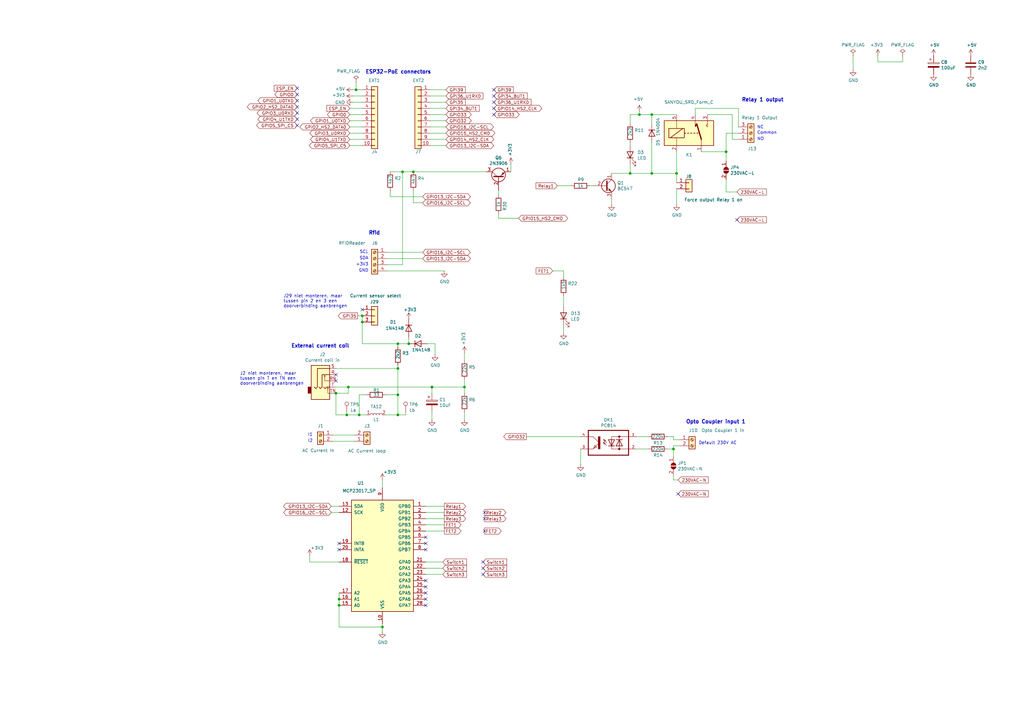
<source format=kicad_sch>
(kicad_sch (version 20211123) (generator eeschema)
  (paper "A3")
  (title_block (title "Node Bandzaag") (date "2021-12-14") (rev "V0.3") (company "MakerSpace Leiden") (comment 1 "Getekend door: Hans Beerman"))
  (lib_symbols
    (symbol "Connector:AudioJack3_SwitchTR"
      (property "Reference" "J" (at 0 8.89 0))
      (property "Value" "AudioJack3_SwitchTR" (at 0 6.35 0))
      (symbol "AudioJack3_SwitchTR_1_1"
        (pin passive line (at 5.08 0 180) (length 2.54) (name "~") (number "R"))
        (pin passive line (at 5.08 -2.54 180) (length 2.54) (name "~") (number "RN"))
        (pin passive line (at 5.08 2.54 180) (length 2.54) (name "~") (number "S"))
        (pin passive line (at 5.08 -5.08 180) (length 2.54) (name "~") (number "T"))
        (pin passive line (at 5.08 -7.62 180) (length 2.54) (name "~") (number "TN"))
      )
    )
    (symbol "Connector:Screw_Terminal_01x02" (pin_names (offset 1.016) hide)
      (property "Reference" "J" (at 0 2.54 0))
      (property "Value" "Screw_Terminal_01x02" (at 0 -5.08 0))
      (symbol "Screw_Terminal_01x02_1_1"
        (pin passive line (at -5.08 0 0) (length 3.81) (name "Pin_1") (number "1"))
        (pin passive line (at -5.08 -2.54 0) (length 3.81) (name "Pin_2") (number "2"))
      )
    )
    (symbol "Connector:Screw_Terminal_01x03" (pin_names (offset 1.016) hide)
      (property "Reference" "J" (at 0 5.08 0))
      (property "Value" "Screw_Terminal_01x03" (at 0 -5.08 0))
      (symbol "Screw_Terminal_01x03_1_1"
        (pin passive line (at -5.08 2.54 0) (length 3.81) (name "Pin_1") (number "1"))
        (pin passive line (at -5.08 0 0) (length 3.81) (name "Pin_2") (number "2"))
        (pin passive line (at -5.08 -2.54 0) (length 3.81) (name "Pin_3") (number "3"))
      )
    )
    (symbol "Connector:Screw_Terminal_01x04" (pin_names (offset 1.016) hide)
      (property "Reference" "J" (at 0 5.08 0))
      (property "Value" "Screw_Terminal_01x04" (at 0 -7.62 0))
      (symbol "Screw_Terminal_01x04_1_1"
        (pin passive line (at -5.08 2.54 0) (length 3.81) (name "Pin_1") (number "1"))
        (pin passive line (at -5.08 0 0) (length 3.81) (name "Pin_2") (number "2"))
        (pin passive line (at -5.08 -2.54 0) (length 3.81) (name "Pin_3") (number "3"))
        (pin passive line (at -5.08 -5.08 0) (length 3.81) (name "Pin_4") (number "4"))
      )
    )
    (symbol "Connector:TestPoint" (pin_numbers hide) (pin_names (offset 0.762) hide)
      (property "Reference" "TP" (at 0 6.858 0))
      (property "Value" "TestPoint" (at 0 5.08 0))
      (symbol "TestPoint_1_1"
        (pin passive line (at 0 0 90) (length 2.54) (name "1") (number "1"))
      )
    )
    (symbol "Connector_Generic:Conn_01x02" (pin_names (offset 1.016) hide)
      (property "Reference" "J" (at 0 2.54 0))
      (property "Value" "Conn_01x02" (at 0 -5.08 0))
      (symbol "Conn_01x02_1_1"
        (pin passive line (at -5.08 0 0) (length 3.81) (name "Pin_1") (number "1"))
        (pin passive line (at -5.08 -2.54 0) (length 3.81) (name "Pin_2") (number "2"))
      )
    )
    (symbol "Connector_Generic:Conn_01x03" (pin_names (offset 1.016) hide)
      (property "Reference" "J" (at 0 5.08 0))
      (property "Value" "Conn_01x03" (at 0 -5.08 0))
      (symbol "Conn_01x03_1_1"
        (pin passive line (at -5.08 2.54 0) (length 3.81) (name "Pin_1") (number "1"))
        (pin passive line (at -5.08 0 0) (length 3.81) (name "Pin_2") (number "2"))
        (pin passive line (at -5.08 -2.54 0) (length 3.81) (name "Pin_3") (number "3"))
      )
    )
    (symbol "Connector_Generic:Conn_01x10" (pin_names (offset 1.016) hide)
      (property "Reference" "J" (at 0 12.7 0))
      (property "Value" "Conn_01x10" (at 0 -15.24 0))
      (symbol "Conn_01x10_1_1"
        (pin passive line (at -5.08 10.16 0) (length 3.81) (name "Pin_1") (number "1"))
        (pin passive line (at -5.08 -12.7 0) (length 3.81) (name "Pin_10") (number "10"))
        (pin passive line (at -5.08 7.62 0) (length 3.81) (name "Pin_2") (number "2"))
        (pin passive line (at -5.08 5.08 0) (length 3.81) (name "Pin_3") (number "3"))
        (pin passive line (at -5.08 2.54 0) (length 3.81) (name "Pin_4") (number "4"))
        (pin passive line (at -5.08 0 0) (length 3.81) (name "Pin_5") (number "5"))
        (pin passive line (at -5.08 -2.54 0) (length 3.81) (name "Pin_6") (number "6"))
        (pin passive line (at -5.08 -5.08 0) (length 3.81) (name "Pin_7") (number "7"))
        (pin passive line (at -5.08 -7.62 0) (length 3.81) (name "Pin_8") (number "8"))
        (pin passive line (at -5.08 -10.16 0) (length 3.81) (name "Pin_9") (number "9"))
      )
    )
    (symbol "Device:C" (pin_numbers hide) (pin_names (offset 0.254))
      (property "Reference" "C" (at 0.635 2.54 0))
      (property "Value" "C" (at 0.635 -2.54 0))
      (symbol "C_1_1"
        (pin passive line (at 0 3.81 270) (length 2.794) (name "~") (number "1"))
        (pin passive line (at 0 -3.81 90) (length 2.794) (name "~") (number "2"))
      )
    )
    (symbol "Device:CP" (pin_numbers hide) (pin_names (offset 0.254))
      (property "Reference" "C" (at 0.635 2.54 0))
      (property "Value" "Device_CP" (at 0.635 -2.54 0))
      (symbol "CP_1_1"
        (pin passive line (at 0 3.81 270) (length 2.794) (name "~") (number "1"))
        (pin passive line (at 0 -3.81 90) (length 2.794) (name "~") (number "2"))
      )
    )
    (symbol "Device:LED" (pin_numbers hide) (pin_names (offset 1.016) hide)
      (property "Reference" "D" (at 0 2.54 0))
      (property "Value" "LED" (at 0 -2.54 0))
      (symbol "LED_1_1"
        (pin passive line (at -3.81 0 0) (length 2.54) (name "K") (number "1"))
        (pin passive line (at 3.81 0 180) (length 2.54) (name "A") (number "2"))
      )
    )
    (symbol "Device:R" (pin_numbers hide) (pin_names (offset 0))
      (property "Reference" "R" (at 2.032 0 90))
      (property "Value" "R" (at 0 0 90))
      (symbol "R_1_1"
        (pin passive line (at 0 3.81 270) (length 1.27) (name "~") (number "1"))
        (pin passive line (at 0 -3.81 90) (length 1.27) (name "~") (number "2"))
      )
    )
    (symbol "Diode:1N4004" (pin_numbers hide) (pin_names (offset 1.016) hide)
      (property "Reference" "D" (at 0 2.54 0))
      (property "Value" "1N4004" (at 0 -2.54 0))
      (symbol "1N4004_1_1"
        (pin passive line (at -3.81 0 0) (length 2.54) (name "K") (number "1"))
        (pin passive line (at 3.81 0 180) (length 2.54) (name "A") (number "2"))
      )
    )
    (symbol "Diode:1N4148" (pin_numbers hide) (pin_names (offset 1.016) hide)
      (property "Reference" "D" (at 0 2.54 0))
      (property "Value" "1N4148" (at 0 -2.54 0))
      (symbol "1N4148_1_1"
        (pin passive line (at -3.81 0 0) (length 2.54) (name "K") (number "1"))
        (pin passive line (at 3.81 0 180) (length 2.54) (name "A") (number "2"))
      )
    )
    (symbol "Interface_Expansion:MCP23017_SP" (pin_names (offset 1.016))
      (property "Reference" "U" (at -11.43 24.13 0))
      (property "Value" "MCP23017_SP" (at 0 0 0))
      (symbol "MCP23017_SP_1_1"
        (pin bidirectional line (at 17.78 20.32 180) (length 5.08) (name "GPB0") (number "1"))
        (pin power_in line (at 0 -27.94 90) (length 5.08) (name "VSS") (number "10"))
        (pin no_connect line (at -12.7 15.24 0) (length 5.08) hide (name "NC") (number "11"))
        (pin input line (at -17.78 17.78 0) (length 5.08) (name "SCK") (number "12"))
        (pin bidirectional line (at -17.78 20.32 0) (length 5.08) (name "SDA") (number "13"))
        (pin no_connect line (at -12.7 12.7 0) (length 5.08) hide (name "NC") (number "14"))
        (pin input line (at -17.78 -20.32 0) (length 5.08) (name "A0") (number "15"))
        (pin input line (at -17.78 -17.78 0) (length 5.08) (name "A1") (number "16"))
        (pin input line (at -17.78 -15.24 0) (length 5.08) (name "A2") (number "17"))
        (pin input line (at -17.78 -2.54 0) (length 5.08) (name "~{RESET}") (number "18"))
        (pin tri_state line (at -17.78 5.08 0) (length 5.08) (name "INTB") (number "19"))
        (pin bidirectional line (at 17.78 17.78 180) (length 5.08) (name "GPB1") (number "2"))
        (pin tri_state line (at -17.78 2.54 0) (length 5.08) (name "INTA") (number "20"))
        (pin bidirectional line (at 17.78 -2.54 180) (length 5.08) (name "GPA0") (number "21"))
        (pin bidirectional line (at 17.78 -5.08 180) (length 5.08) (name "GPA1") (number "22"))
        (pin bidirectional line (at 17.78 -7.62 180) (length 5.08) (name "GPA2") (number "23"))
        (pin bidirectional line (at 17.78 -10.16 180) (length 5.08) (name "GPA3") (number "24"))
        (pin bidirectional line (at 17.78 -12.7 180) (length 5.08) (name "GPA4") (number "25"))
        (pin bidirectional line (at 17.78 -15.24 180) (length 5.08) (name "GPA5") (number "26"))
        (pin bidirectional line (at 17.78 -17.78 180) (length 5.08) (name "GPA6") (number "27"))
        (pin bidirectional line (at 17.78 -20.32 180) (length 5.08) (name "GPA7") (number "28"))
        (pin bidirectional line (at 17.78 15.24 180) (length 5.08) (name "GPB2") (number "3"))
        (pin bidirectional line (at 17.78 12.7 180) (length 5.08) (name "GPB3") (number "4"))
        (pin bidirectional line (at 17.78 10.16 180) (length 5.08) (name "GPB4") (number "5"))
        (pin bidirectional line (at 17.78 7.62 180) (length 5.08) (name "GPB5") (number "6"))
        (pin bidirectional line (at 17.78 5.08 180) (length 5.08) (name "GPB6") (number "7"))
        (pin bidirectional line (at 17.78 2.54 180) (length 5.08) (name "GPB7") (number "8"))
        (pin power_in line (at 0 27.94 270) (length 5.08) (name "VDD") (number "9"))
      )
    )
    (symbol "Jumper:SolderJumper_2_Open" (pin_names (offset 0) hide)
      (property "Reference" "JP" (at 0 2.032 0))
      (property "Value" "SolderJumper_2_Open" (at 0 -2.54 0))
      (symbol "SolderJumper_2_Open_1_1"
        (pin passive line (at -3.81 0 0) (length 2.54) (name "A") (number "1"))
        (pin passive line (at 3.81 0 180) (length 2.54) (name "B") (number "2"))
      )
    )
    (symbol "PC814:PC814" (pin_names (offset 1.016) hide)
      (property "Reference" "OK" (at -6.985 5.715 0))
      (property "Value" "PC814" (at -6.985 -7.62 0))
      (symbol "PC814_0_0"
        (pin passive line (at -10.16 2.54 0) (length 2.54) (name "AC1") (number "1"))
        (pin passive line (at -10.16 -2.54 0) (length 2.54) (name "AC2") (number "2"))
        (pin passive line (at 12.7 -2.54 180) (length 2.54) (name "E") (number "3"))
        (pin passive line (at 12.7 2.54 180) (length 2.54) (name "C") (number "4"))
      )
    )
    (symbol "Relay:SANYOU_SRD_Form_C"
      (property "Reference" "K" (at 11.43 3.81 0))
      (property "Value" "SANYOU_SRD_Form_C" (at 11.43 1.27 0))
      (symbol "SANYOU_SRD_Form_C_1_1"
        (pin passive line (at 5.08 -7.62 90) (length 2.54) (name "~") (number "1"))
        (pin passive line (at -5.08 -7.62 90) (length 2.54) (name "~") (number "2"))
        (pin passive line (at 7.62 7.62 270) (length 2.54) (name "~") (number "3"))
        (pin passive line (at 2.54 7.62 270) (length 2.54) (name "~") (number "4"))
        (pin passive line (at -5.08 7.62 270) (length 2.54) (name "~") (number "5"))
      )
    )
    (symbol "Transistor_BJT:2N3906" (pin_names (offset 0) hide)
      (property "Reference" "Q" (at 5.08 1.905 0))
      (property "Value" "2N3906" (at 5.08 0 0))
      (symbol "2N3906_1_1"
        (pin passive line (at 2.54 -5.08 90) (length 2.54) (name "E") (number "1"))
        (pin input line (at -5.08 0 0) (length 5.715) (name "B") (number "2"))
        (pin passive line (at 2.54 5.08 270) (length 2.54) (name "C") (number "3"))
      )
    )
    (symbol "Transistor_BJT:BC547" (pin_names (offset 0) hide)
      (property "Reference" "Q" (at 5.08 1.905 0))
      (property "Value" "BC547" (at 5.08 0 0))
      (symbol "BC547_1_1"
        (pin passive line (at 2.54 5.08 270) (length 2.54) (name "C") (number "1"))
        (pin input line (at -5.08 0 0) (length 5.08) (name "B") (number "2"))
        (pin passive line (at 2.54 -5.08 90) (length 2.54) (name "E") (number "3"))
      )
    )
    (symbol "ZMCT118F:ZMCT118F" (pin_names (offset 1.016) hide)
      (property "Reference" "L" (at -1.27 0 90))
      (property "Value" "ZMCT118F" (at 1.905 0 90))
      (symbol "ZMCT118F_1_1"
        (pin passive line (at 0 3.81 270) (length 1.27) (name "1") (number "1"))
        (pin passive line (at 0 -3.81 90) (length 1.27) (name "2") (number "2"))
      )
    )
    (symbol "power:+3.3V" (power) (pin_names (offset 0))
      (property "Value" "+3.3V" (at 0 3.556 0))
      (symbol "+3.3V_1_1"
        (pin power_in line (at 0 0 90) (length 0) hide (name "+3V3") (number "1"))
      )
    )
    (symbol "power:+5V" (power) (pin_names (offset 0))
      (property "Value" "+5V" (at 0 3.556 0))
      (symbol "+5V_1_1"
        (pin power_in line (at 0 0 90) (length 0) hide (name "+5V") (number "1"))
      )
    )
    (symbol "power:GND" (power) (pin_names (offset 0))
      (property "Value" "GND" (at 0 -3.81 0))
      (symbol "GND_1_1"
        (pin power_in line (at 0 0 270) (length 0) hide (name "GND") (number "1"))
      )
    )
    (symbol "power:PWR_FLAG" (power) (pin_numbers hide) (pin_names (offset 0) hide)
      (property "Value" "PWR_FLAG" (at 0 3.81 0))
      (symbol "PWR_FLAG_0_0"
        (pin power_out line (at 0 0 90) (length 0) (name "pwr") (number "1"))
      )
    )
  )
  (junction (at 142.875 158.75))
  (junction (at 276.225 184.15))
  (junction (at 156.845 257.175))
  (junction (at 177.165 158.75))
  (junction (at 277.495 71.12))
  (junction (at 142.24 170.18))
  (junction (at 267.335 71.12))
  (junction (at 190.5 158.75))
  (junction (at 163.195 161.925))
  (junction (at 137.795 161.29))
  (junction (at 258.445 71.12))
  (junction (at 163.195 170.18))
  (junction (at 262.255 46.99))
  (junction (at 167.64 140.97))
  (junction (at 165.1 70.485))
  (junction (at 139.065 248.285))
  (junction (at 147.32 170.18))
  (junction (at 163.195 151.13))
  (junction (at 297.815 62.23))
  (junction (at 146.05 36.83))
  (junction (at 163.195 140.97))
  (junction (at 169.545 70.485))
  (junction (at 267.335 46.99))
  (junction (at 148.59 129.54))
  (junction (at 139.065 245.745))
  (junction (at 148.59 132.08))
  (no_connect (at 148.59 127))
  (no_connect (at 202.565 44.45))
  (no_connect (at 174.625 222.885))
  (no_connect (at 174.625 240.665))
  (no_connect (at 121.92 36.195))
  (no_connect (at 139.065 225.425))
  (no_connect (at 202.565 46.99))
  (no_connect (at 121.92 48.895))
  (no_connect (at 121.92 51.435))
  (no_connect (at 198.755 217.805))
  (no_connect (at 198.12 233.045))
  (no_connect (at 121.92 43.815))
  (no_connect (at 121.92 46.355))
  (no_connect (at 198.755 212.725))
  (no_connect (at 137.795 153.67))
  (no_connect (at 174.625 248.285))
  (no_connect (at 174.625 220.345))
  (no_connect (at 174.625 245.745))
  (no_connect (at 174.625 225.425))
  (no_connect (at 278.13 202.565))
  (no_connect (at 121.92 41.275))
  (no_connect (at 174.625 243.205))
  (no_connect (at 202.565 39.37))
  (no_connect (at 121.92 38.735))
  (no_connect (at 198.12 235.585))
  (no_connect (at 198.12 230.505))
  (no_connect (at 202.565 41.91))
  (no_connect (at 202.565 36.83))
  (no_connect (at 198.755 210.185))
  (no_connect (at 139.065 222.885))
  (no_connect (at 174.625 238.125))
  (no_connect (at 302.26 90.17))
  (no_connect (at 137.795 156.21))
  (wire (pts (xy 174.625 207.645) (xy 182.245 207.645)))
  (wire (pts (xy 147.32 170.18) (xy 150.495 170.18)))
  (wire (pts (xy 143.51 46.99) (xy 148.59 46.99)))
  (wire (pts (xy 228.6 76.2) (xy 234.315 76.2)))
  (wire (pts (xy 163.195 140.97) (xy 167.64 140.97)))
  (wire (pts (xy 178.435 140.97) (xy 178.435 145.415)))
  (wire (pts (xy 163.195 170.18) (xy 163.195 161.925)))
  (wire (pts (xy 146.685 129.54) (xy 148.59 129.54)))
  (wire (pts (xy 273.685 184.15) (xy 276.225 184.15)))
  (wire (pts (xy 349.885 22.86) (xy 349.885 28.575)))
  (wire (pts (xy 135.89 210.185) (xy 139.065 210.185)))
  (wire (pts (xy 165.1 70.485) (xy 165.1 108.585)))
  (wire (pts (xy 238.125 184.15) (xy 238.125 190.5)))
  (wire (pts (xy 262.255 45.72) (xy 262.255 46.99)))
  (wire (pts (xy 190.5 155.575) (xy 190.5 158.75)))
  (wire (pts (xy 137.795 161.29) (xy 142.875 161.29)))
  (wire (pts (xy 143.51 57.15) (xy 148.59 57.15)))
  (wire (pts (xy 176.53 57.15) (xy 182.88 57.15)))
  (wire (pts (xy 139.065 257.175) (xy 156.845 257.175)))
  (wire (pts (xy 156.845 200.025) (xy 156.845 196.85)))
  (wire (pts (xy 158.75 108.585) (xy 165.1 108.585)))
  (wire (pts (xy 231.14 111.125) (xy 231.14 113.665)))
  (wire (pts (xy 190.5 168.91) (xy 190.5 172.085)))
  (wire (pts (xy 258.445 71.12) (xy 258.445 67.31)))
  (wire (pts (xy 144.78 41.91) (xy 148.59 41.91)))
  (wire (pts (xy 143.51 49.53) (xy 148.59 49.53)))
  (wire (pts (xy 177.165 158.75) (xy 177.165 161.29)))
  (wire (pts (xy 287.655 62.23) (xy 297.815 62.23)))
  (wire (pts (xy 174.625 217.805) (xy 182.245 217.805)))
  (wire (pts (xy 250.825 83.82) (xy 250.825 81.28)))
  (wire (pts (xy 241.935 76.2) (xy 243.205 76.2)))
  (wire (pts (xy 174.625 235.585) (xy 181.61 235.585)))
  (wire (pts (xy 285.115 44.45) (xy 302.895 44.45)))
  (wire (pts (xy 277.495 71.12) (xy 277.495 62.23)))
  (wire (pts (xy 277.495 74.93) (xy 277.495 71.12)))
  (wire (pts (xy 142.875 158.75) (xy 177.165 158.75)))
  (wire (pts (xy 139.065 245.745) (xy 139.065 248.285)))
  (wire (pts (xy 158.75 106.045) (xy 173.355 106.045)))
  (wire (pts (xy 370.205 25.4) (xy 370.205 22.86)))
  (wire (pts (xy 258.445 46.99) (xy 262.255 46.99)))
  (wire (pts (xy 290.195 46.99) (xy 300.355 46.99)))
  (wire (pts (xy 148.59 140.97) (xy 148.59 132.08)))
  (wire (pts (xy 302.895 44.45) (xy 302.895 52.07)))
  (wire (pts (xy 176.53 36.83) (xy 182.88 36.83)))
  (wire (pts (xy 177.165 158.75) (xy 190.5 158.75)))
  (wire (pts (xy 174.625 215.265) (xy 182.245 215.265)))
  (wire (pts (xy 360.045 22.86) (xy 360.045 25.4)))
  (wire (pts (xy 176.53 41.91) (xy 182.88 41.91)))
  (wire (pts (xy 169.545 78.105) (xy 169.545 83.185)))
  (wire (pts (xy 276.225 182.88) (xy 278.765 182.88)))
  (wire (pts (xy 258.445 71.12) (xy 267.335 71.12)))
  (wire (pts (xy 139.065 243.205) (xy 139.065 245.745)))
  (wire (pts (xy 267.335 46.99) (xy 277.495 46.99)))
  (wire (pts (xy 276.225 196.85) (xy 276.225 194.945)))
  (wire (pts (xy 190.5 144.78) (xy 190.5 147.955)))
  (wire (pts (xy 258.445 58.42) (xy 258.445 59.69)))
  (wire (pts (xy 297.815 66.04) (xy 297.815 62.23)))
  (wire (pts (xy 277.495 83.82) (xy 277.495 77.47)))
  (wire (pts (xy 135.89 207.645) (xy 139.065 207.645)))
  (wire (pts (xy 144.78 36.83) (xy 146.05 36.83)))
  (wire (pts (xy 360.045 25.4) (xy 370.205 25.4)))
  (wire (pts (xy 137.795 170.18) (xy 142.24 170.18)))
  (wire (pts (xy 147.32 161.925) (xy 147.32 170.18)))
  (wire (pts (xy 160.02 80.645) (xy 173.355 80.645)))
  (wire (pts (xy 167.64 138.43) (xy 167.64 140.97)))
  (wire (pts (xy 146.05 33.655) (xy 146.05 36.83)))
  (wire (pts (xy 127 227.965) (xy 127 230.505)))
  (wire (pts (xy 278.13 196.85) (xy 276.225 196.85)))
  (wire (pts (xy 143.51 52.07) (xy 148.59 52.07)))
  (wire (pts (xy 148.59 129.54) (xy 148.59 132.08)))
  (wire (pts (xy 174.625 210.185) (xy 182.245 210.185)))
  (wire (pts (xy 166.37 170.18) (xy 166.37 168.91)))
  (wire (pts (xy 136.525 178.435) (xy 145.415 178.435)))
  (wire (pts (xy 300.355 57.15) (xy 302.895 57.15)))
  (wire (pts (xy 267.335 50.8) (xy 267.335 46.99)))
  (wire (pts (xy 142.875 161.29) (xy 142.875 158.75)))
  (wire (pts (xy 163.195 142.24) (xy 163.195 140.97)))
  (wire (pts (xy 273.685 179.07) (xy 276.225 179.07)))
  (wire (pts (xy 258.445 50.8) (xy 258.445 46.99)))
  (wire (pts (xy 158.75 103.505) (xy 173.355 103.505)))
  (wire (pts (xy 176.53 54.61) (xy 182.88 54.61)))
  (wire (pts (xy 226.695 111.125) (xy 231.14 111.125)))
  (wire (pts (xy 204.47 80.01) (xy 204.47 78.105)))
  (wire (pts (xy 297.815 62.23) (xy 297.815 54.61)))
  (wire (pts (xy 160.02 78.105) (xy 160.02 80.645)))
  (wire (pts (xy 175.26 140.97) (xy 178.435 140.97)))
  (wire (pts (xy 156.845 259.08) (xy 156.845 257.175)))
  (wire (pts (xy 169.545 83.185) (xy 173.355 83.185)))
  (wire (pts (xy 156.845 257.175) (xy 156.845 255.905)))
  (wire (pts (xy 163.195 149.86) (xy 163.195 151.13)))
  (wire (pts (xy 169.545 70.485) (xy 199.39 70.485)))
  (wire (pts (xy 204.47 89.535) (xy 212.725 89.535)))
  (wire (pts (xy 176.53 49.53) (xy 182.88 49.53)))
  (wire (pts (xy 285.115 46.99) (xy 285.115 44.45)))
  (wire (pts (xy 176.53 46.99) (xy 182.88 46.99)))
  (wire (pts (xy 204.47 87.63) (xy 204.47 89.535)))
  (wire (pts (xy 143.51 44.45) (xy 148.59 44.45)))
  (wire (pts (xy 215.9 179.07) (xy 238.125 179.07)))
  (wire (pts (xy 260.985 184.15) (xy 266.065 184.15)))
  (wire (pts (xy 260.985 179.07) (xy 266.065 179.07)))
  (wire (pts (xy 174.625 230.505) (xy 181.61 230.505)))
  (wire (pts (xy 143.51 54.61) (xy 148.59 54.61)))
  (wire (pts (xy 262.255 46.99) (xy 267.335 46.99)))
  (wire (pts (xy 300.355 46.99) (xy 300.355 57.15)))
  (wire (pts (xy 267.335 71.12) (xy 277.495 71.12)))
  (wire (pts (xy 150.495 161.925) (xy 147.32 161.925)))
  (wire (pts (xy 276.225 179.07) (xy 276.225 180.34)))
  (wire (pts (xy 297.815 78.74) (xy 297.815 73.66)))
  (wire (pts (xy 276.225 184.15) (xy 276.225 182.88)))
  (wire (pts (xy 137.795 158.75) (xy 142.875 158.75)))
  (wire (pts (xy 146.05 36.83) (xy 148.59 36.83)))
  (wire (pts (xy 165.1 70.485) (xy 169.545 70.485)))
  (wire (pts (xy 302.26 78.74) (xy 297.815 78.74)))
  (wire (pts (xy 158.75 111.125) (xy 182.245 111.125)))
  (wire (pts (xy 181.61 233.045) (xy 174.625 233.045)))
  (wire (pts (xy 176.53 44.45) (xy 182.88 44.45)))
  (wire (pts (xy 231.14 133.35) (xy 231.14 136.525)))
  (wire (pts (xy 297.815 54.61) (xy 302.895 54.61)))
  (wire (pts (xy 142.24 168.91) (xy 142.24 170.18)))
  (wire (pts (xy 276.225 187.325) (xy 276.225 184.15)))
  (wire (pts (xy 127 230.505) (xy 139.065 230.505)))
  (wire (pts (xy 231.14 121.285) (xy 231.14 125.73)))
  (wire (pts (xy 145.415 180.975) (xy 136.525 180.975)))
  (wire (pts (xy 176.53 39.37) (xy 182.88 39.37)))
  (wire (pts (xy 158.115 170.18) (xy 163.195 170.18)))
  (wire (pts (xy 142.24 170.18) (xy 147.32 170.18)))
  (wire (pts (xy 163.195 170.18) (xy 166.37 170.18)))
  (wire (pts (xy 209.55 67.31) (xy 209.55 70.485)))
  (wire (pts (xy 176.53 52.07) (xy 182.88 52.07)))
  (wire (pts (xy 163.195 140.97) (xy 148.59 140.97)))
  (wire (pts (xy 158.115 161.925) (xy 163.195 161.925)))
  (wire (pts (xy 267.335 58.42) (xy 267.335 71.12)))
  (wire (pts (xy 160.02 70.485) (xy 165.1 70.485)))
  (wire (pts (xy 137.795 151.13) (xy 163.195 151.13)))
  (wire (pts (xy 163.195 151.13) (xy 163.195 161.925)))
  (wire (pts (xy 139.065 248.285) (xy 139.065 257.175)))
  (wire (pts (xy 137.795 161.29) (xy 137.795 170.18)))
  (wire (pts (xy 177.165 168.91) (xy 177.165 172.085)))
  (wire (pts (xy 143.51 59.69) (xy 148.59 59.69)))
  (wire (pts (xy 144.78 39.37) (xy 148.59 39.37)))
  (wire (pts (xy 250.825 71.12) (xy 258.445 71.12)))
  (wire (pts (xy 174.625 212.725) (xy 182.245 212.725)))
  (wire (pts (xy 276.225 180.34) (xy 278.765 180.34)))
  (wire (pts (xy 190.5 158.75) (xy 190.5 161.29)))
  (wire (pts (xy 176.53 59.69) (xy 182.88 59.69)))
  (text "Relay 1 output" (at 304.165 41.91 0) (effects (font (size 1.4986 1.4986) (thickness 0.2997) bold) (justify left bottom)))
  (text "ESP32-PoE connectors" (at 149.86 30.48 0) (effects (font (size 1.4986 1.4986) (thickness 0.2997) bold) (justify left bottom)))
  (text "SDA" (at 151.13 106.68 180) (effects (font (size 1.2446 1.2446)) (justify right bottom)))
  (text "NC" (at 310.515 52.959 0) (effects (font (size 1.2446 1.2446)) (justify left bottom)))
  (text "+3V3" (at 151.13 109.22 180) (effects (font (size 1.2446 1.2446)) (justify right bottom)))
  (text "I1" (at 128.27 179.07 180) (effects (font (size 1.2446 1.2446)) (justify right bottom)))
  (text "Default 230V AC" (at 286.512 182.499 0) (effects (font (size 1.2446 1.2446)) (justify left bottom)))
  (text "Rfid" (at 151.13 96.52 0) (effects (font (size 1.4986 1.4986) (thickness 0.2997) bold) (justify left bottom)))
  (text "NO" (at 310.515 57.785 0) (effects (font (size 1.2446 1.2446)) (justify left bottom)))
  (text "External current coil" (at 119.38 142.875 0) (effects (font (size 1.4986 1.4986) (thickness 0.2997) bold) (justify left bottom)))
  (text "Common" (at 310.515 55.245 0) (effects (font (size 1.2446 1.2446)) (justify left bottom)))
  (text "Opto Coupler input 1" (at 281.305 173.99 0) (effects (font (size 1.4986 1.4986) (thickness 0.2997) bold) (justify left bottom)))
  (text "J2 niet monteren, maar\ntussen pin T en TN een\ndoorverbinding aanbrengen" (at 98.425 158.115 0) (effects (font (size 1.27 1.27)) (justify left bottom)))
  (text "SCL" (at 151.13 104.14 180) (effects (font (size 1.2446 1.2446)) (justify right bottom)))
  (text "I2" (at 128.27 181.61 180) (effects (font (size 1.2446 1.2446)) (justify right bottom)))
  (text "J29 niet monteren, maar \ntussen pin 2 en 3 een \ndoorverbinding aanbrengen" (at 116.205 126.365 0) (effects (font (size 1.27 1.27)) (justify left bottom)))
  (text "GND" (at 151.13 111.76 180) (effects (font (size 1.2446 1.2446)) (justify right bottom)))
  (global_label "FET2" (shape output) (at 198.755 217.805 0) (property "Intersheet References" "${INTERSHEET_REFS}" (effects hide)))
  (global_label "GPIO0" (shape bidirectional) (at 121.92 38.735 180) (property "Intersheet References" "${INTERSHEET_REFS}" (effects hide)))
  (global_label "GPIO15_HS2_CMD" (shape bidirectional) (at 182.88 54.61 0) (property "Intersheet References" "${INTERSHEET_REFS}" (effects hide)))
  (global_label "Relay1" (shape output) (at 182.245 207.645 0) (property "Intersheet References" "${INTERSHEET_REFS}" (effects hide)))
  (global_label "FET1" (shape output) (at 182.245 215.265 0) (property "Intersheet References" "${INTERSHEET_REFS}" (effects hide)))
  (global_label "GPIO13_I2C-SDA" (shape bidirectional) (at 173.355 106.045 0) (property "Intersheet References" "${INTERSHEET_REFS}" (effects hide)))
  (global_label "Relay1" (shape input) (at 228.6 76.2 180) (property "Intersheet References" "${INTERSHEET_REFS}" (effects hide)))
  (global_label "Switch2" (shape input) (at 198.12 233.045 0) (property "Intersheet References" "${INTERSHEET_REFS}" (effects hide)))
  (global_label "GPIO33" (shape bidirectional) (at 202.565 46.99 0) (property "Intersheet References" "${INTERSHEET_REFS}" (effects hide)))
  (global_label "Switch3" (shape input) (at 198.12 235.585 0) (property "Intersheet References" "${INTERSHEET_REFS}" (effects hide)))
  (global_label "Relay3" (shape output) (at 182.245 212.725 0) (property "Intersheet References" "${INTERSHEET_REFS}" (effects hide)))
  (global_label "Switch1" (shape input) (at 181.61 230.505 0) (property "Intersheet References" "${INTERSHEET_REFS}" (effects hide)))
  (global_label "GPIO16_I2C-SCL" (shape bidirectional) (at 173.355 103.505 0) (property "Intersheet References" "${INTERSHEET_REFS}" (effects hide)))
  (global_label "GPIO16_I2C-SCL" (shape bidirectional) (at 182.88 52.07 0) (property "Intersheet References" "${INTERSHEET_REFS}" (effects hide)))
  (global_label "GPIO13_I2C-SDA" (shape bidirectional) (at 135.89 207.645 180) (property "Intersheet References" "${INTERSHEET_REFS}" (effects hide)))
  (global_label "GPIO16_I2C-SCL" (shape bidirectional) (at 135.89 210.185 180) (property "Intersheet References" "${INTERSHEET_REFS}" (effects hide)))
  (global_label "Switch3" (shape input) (at 181.61 235.585 0) (property "Intersheet References" "${INTERSHEET_REFS}" (effects hide)))
  (global_label "ESP_EN" (shape input) (at 121.92 36.195 180) (property "Intersheet References" "${INTERSHEET_REFS}" (effects hide)))
  (global_label "Relay2" (shape output) (at 182.245 210.185 0) (property "Intersheet References" "${INTERSHEET_REFS}" (effects hide)))
  (global_label "GPIO2_HS2_DATA0" (shape bidirectional) (at 121.92 43.815 180) (property "Intersheet References" "${INTERSHEET_REFS}" (effects hide)))
  (global_label "GPIO3_U0RXD" (shape bidirectional) (at 121.92 46.355 180) (property "Intersheet References" "${INTERSHEET_REFS}" (effects hide)))
  (global_label "GPIO13_I2C-SDA" (shape bidirectional) (at 173.355 80.645 0) (property "Intersheet References" "${INTERSHEET_REFS}" (effects hide)))
  (global_label "Relay2" (shape output) (at 198.755 210.185 0) (property "Intersheet References" "${INTERSHEET_REFS}" (effects hide)))
  (global_label "Switch2" (shape input) (at 181.61 233.045 0) (property "Intersheet References" "${INTERSHEET_REFS}" (effects hide)))
  (global_label "Switch1" (shape input) (at 198.12 230.505 0) (property "Intersheet References" "${INTERSHEET_REFS}" (effects hide)))
  (global_label "GPIO33" (shape bidirectional) (at 182.88 46.99 0) (property "Intersheet References" "${INTERSHEET_REFS}" (effects hide)))
  (global_label "GPIO5_SPI_C5" (shape bidirectional) (at 121.92 51.435 180) (property "Intersheet References" "${INTERSHEET_REFS}" (effects hide)))
  (global_label "GPIO13_I2C-SDA" (shape bidirectional) (at 182.88 59.69 0) (property "Intersheet References" "${INTERSHEET_REFS}" (effects hide)))
  (global_label "GPI36_U1RXD" (shape input) (at 182.88 39.37 0) (property "Intersheet References" "${INTERSHEET_REFS}" (effects hide)))
  (global_label "GPI35" (shape output) (at 146.685 129.54 180) (property "Intersheet References" "${INTERSHEET_REFS}" (effects hide)))
  (global_label "GPI39" (shape input) (at 202.565 36.83 0) (property "Intersheet References" "${INTERSHEET_REFS}" (effects hide)))
  (global_label "GPIO1_U0TXD" (shape bidirectional) (at 143.51 49.53 180) (property "Intersheet References" "${INTERSHEET_REFS}" (effects hide)))
  (global_label "GPIO2_HS2_DATA0" (shape bidirectional) (at 143.51 52.07 180) (property "Intersheet References" "${INTERSHEET_REFS}" (effects hide)))
  (global_label "GPIO14_HS2_CLK" (shape bidirectional) (at 202.565 44.45 0) (property "Intersheet References" "${INTERSHEET_REFS}" (effects hide)))
  (global_label "GPIO4_U1TXD" (shape bidirectional) (at 121.92 48.895 180) (property "Intersheet References" "${INTERSHEET_REFS}" (effects hide)))
  (global_label "GPIO32" (shape bidirectional) (at 182.88 49.53 0) (property "Intersheet References" "${INTERSHEET_REFS}" (effects hide)))
  (global_label "FET1" (shape input) (at 226.695 111.125 180) (property "Intersheet References" "${INTERSHEET_REFS}" (effects hide)))
  (global_label "230VAC-L" (shape input) (at 302.26 78.74 0) (property "Intersheet References" "${INTERSHEET_REFS}" (effects hide)))
  (global_label "GPIO16_I2C-SCL" (shape bidirectional) (at 173.355 83.185 0) (property "Intersheet References" "${INTERSHEET_REFS}" (effects hide)))
  (global_label "GPI36_U1RXD" (shape input) (at 202.565 41.91 0) (property "Intersheet References" "${INTERSHEET_REFS}" (effects hide)))
  (global_label "GPI34_BUT1" (shape input) (at 182.88 44.45 0) (property "Intersheet References" "${INTERSHEET_REFS}" (effects hide)))
  (global_label "GPIO4_U1TXD" (shape bidirectional) (at 143.51 57.15 180) (property "Intersheet References" "${INTERSHEET_REFS}" (effects hide)))
  (global_label "GPI34_BUT1" (shape input) (at 202.565 39.37 0) (property "Intersheet References" "${INTERSHEET_REFS}" (effects hide)))
  (global_label "230VAC-L" (shape input) (at 302.26 90.17 0) (property "Intersheet References" "${INTERSHEET_REFS}" (effects hide)))
  (global_label "GPIO3_U0RXD" (shape bidirectional) (at 143.51 54.61 180) (property "Intersheet References" "${INTERSHEET_REFS}" (effects hide)))
  (global_label "FET2" (shape output) (at 182.245 217.805 0) (property "Intersheet References" "${INTERSHEET_REFS}" (effects hide)))
  (global_label "GPIO0" (shape bidirectional) (at 143.51 46.99 180) (property "Intersheet References" "${INTERSHEET_REFS}" (effects hide)))
  (global_label "Relay3" (shape output) (at 198.755 212.725 0) (property "Intersheet References" "${INTERSHEET_REFS}" (effects hide)))
  (global_label "ESP_EN" (shape input) (at 143.51 44.45 180) (property "Intersheet References" "${INTERSHEET_REFS}" (effects hide)))
  (global_label "GPI35" (shape input) (at 182.88 41.91 0) (property "Intersheet References" "${INTERSHEET_REFS}" (effects hide)))
  (global_label "230VAC-N" (shape input) (at 278.13 202.565 0) (property "Intersheet References" "${INTERSHEET_REFS}" (effects hide)))
  (global_label "GPI39" (shape input) (at 182.88 36.83 0) (property "Intersheet References" "${INTERSHEET_REFS}" (effects hide)))
  (global_label "GPIO32" (shape output) (at 215.9 179.07 180) (property "Intersheet References" "${INTERSHEET_REFS}" (effects hide)))
  (global_label "230VAC-N" (shape input) (at 278.13 196.85 0) (property "Intersheet References" "${INTERSHEET_REFS}" (effects hide)))
  (global_label "GPIO15_HS2_CMD" (shape bidirectional) (at 212.725 89.535 0) (property "Intersheet References" "${INTERSHEET_REFS}" (effects hide)))
  (global_label "GPIO1_U0TXD" (shape bidirectional) (at 121.92 41.275 180) (property "Intersheet References" "${INTERSHEET_REFS}" (effects hide)))
  (global_label "GPIO5_SPI_C5" (shape bidirectional) (at 143.51 59.69 180) (property "Intersheet References" "${INTERSHEET_REFS}" (effects hide)))
  (global_label "GPIO14_HS2_CLK" (shape bidirectional) (at 182.88 57.15 0) (property "Intersheet References" "${INTERSHEET_REFS}" (effects hide)))
  (symbol (lib_id "Connector_Generic:Conn_01x10") (at 153.67 46.99 0) (unit 1)
    (property "Reference" "J4" (at 152.4 62.23 0) (effects (justify left)))
    (property "Value" "EXT1" (at 151.13 33.02 0) (effects (justify left)))
    (property "Footprint" "Connector_PinSocket_2.54mm:PinSocket_1x10_P2.54mm_Vertical" (effects hide))
  )
  (symbol (lib_id "Connector_Generic:Conn_01x10") (at 171.45 46.99 0) (mirror y) (unit 1)
    (property "Reference" "J7" (at 172.72 62.23 0) (effects (justify left)))
    (property "Value" "EXT2" (at 173.99 33.02 0) (effects (justify left)))
    (property "Footprint" "Connector_PinSocket_2.54mm:PinSocket_1x10_P2.54mm_Vertical" (effects hide))
  )
  (symbol (lib_id "power:+3.3V") (at 144.78 39.37 90) (unit 1)
    (property "Reference" "#PWR03" (effects hide))
    (property "Value" "+3.3V" (at 141.5288 38.989 90) (effects (justify left)))
  )
  (symbol (lib_id "power:+5V") (at 144.78 36.83 90) (unit 1)
    (property "Reference" "#PWR02" (effects hide))
    (property "Value" "+5V" (at 141.5288 36.449 90) (effects (justify left)))
  )
  (symbol (lib_id "power:GND") (at 144.78 41.91 270) (unit 1)
    (property "Reference" "#PWR04" (effects hide))
    (property "Value" "GND" (at 141.5288 42.037 90) (effects (justify right)))
  )
  (symbol (lib_id "Connector:Screw_Terminal_01x03") (at 307.975 54.61 0) (mirror x) (unit 1)
    (property "Reference" "J13" (at 306.705 60.96 0) (effects (justify left)))
    (property "Value" "Relay 1 Output" (at 304.165 48.26 0) (effects (justify left)))
    (property "Footprint" "Connector_Phoenix_MSTB:PhoenixContact_MSTB_2,5_3-GF-5,08_1x03_P5.08mm_Horizontal_ThreadedFlange" (effects hide))
  )
  (symbol (lib_id "Diode:1N4004") (at 267.335 54.61 270) (unit 1)
    (property "Reference" "D5" (at 269.875 57.15 0) (effects (justify left)))
    (property "Value" "1N4004" (at 269.875 48.26 0) (effects (justify left)))
    (property "Footprint" "Diode_THT:D_DO-41_SOD81_P10.16mm_Horizontal" (effects hide))
    (property "Datasheet" "http://www.vishay.com/docs/88503/1n4001.pdf" (effects hide))
  )
  (symbol (lib_id "power:+5V") (at 262.255 45.72 0) (unit 1)
    (property "Reference" "#PWR026" (effects hide))
    (property "Value" "+5V" (at 259.715 40.64 0) (effects (justify left)))
  )
  (symbol (lib_id "Device:LED") (at 258.445 63.5 90) (unit 1)
    (property "Reference" "D3" (at 261.4168 62.5094 90) (effects (justify right)))
    (property "Value" "LED" (at 261.4168 64.8208 90) (effects (justify right)))
    (property "Footprint" "LED_THT:LED_D3.0mm" (effects hide))
  )
  (symbol (lib_id "Device:R") (at 258.445 54.61 0) (unit 1)
    (property "Reference" "R11" (at 260.223 53.4416 0) (effects (justify left)))
    (property "Value" "2k2" (at 258.445 55.88 90) (effects (justify left)))
    (property "Footprint" "Resistor_THT:R_Axial_DIN0207_L6.3mm_D2.5mm_P7.62mm_Horizontal" (effects hide))
  )
  (symbol (lib_id "PC814:PC814") (at 250.825 181.61 0) (mirror y) (unit 1)
    (property "Reference" "OK1" (at 249.555 172.212 0))
    (property "Value" "PC814" (at 249.555 174.5234 0))
    (property "Footprint" "Package_DIP:DIP-4_W7.62mm" (effects hide))
    (property "Field4" "unknown" (effects hide))
    (property "Field5" "9707662" (effects hide))
  )
  (symbol (lib_id "Connector:Screw_Terminal_01x02") (at 283.845 180.34 0) (unit 1)
    (property "Reference" "J10" (at 282.575 176.53 0) (effects (justify left)))
    (property "Value" "Opto Coupler 1 in" (at 287.655 176.53 0) (effects (justify left)))
    (property "Footprint" "Connector_Phoenix_MSTB:PhoenixContact_MSTB_2,5_2-GF-5,08_1x02_P5.08mm_Horizontal_ThreadedFlange" (effects hide))
  )
  (symbol (lib_id "Device:R") (at 269.875 184.15 270) (unit 1)
    (property "Reference" "R14" (at 269.875 186.69 90))
    (property "Value" "220k" (at 269.875 184.15 90))
    (property "Footprint" "Resistor_THT:R_Axial_DIN0516_L15.5mm_D5.0mm_P20.32mm_Horizontal" (effects hide))
  )
  (symbol (lib_id "Device:R") (at 269.875 179.07 270) (unit 1)
    (property "Reference" "R13" (at 269.875 181.61 90))
    (property "Value" "220k" (at 269.875 179.07 90))
    (property "Footprint" "Resistor_THT:R_Axial_DIN0516_L15.5mm_D5.0mm_P20.32mm_Horizontal" (effects hide))
  )
  (symbol (lib_id "power:GND") (at 238.125 190.5 0) (unit 1)
    (property "Reference" "#PWR021" (effects hide))
    (property "Value" "GND" (at 238.252 194.8942 0))
  )
  (symbol (lib_id "Connector_Generic:Conn_01x02") (at 282.575 74.93 0) (unit 1)
    (property "Reference" "J8" (at 281.305 72.39 0) (effects (justify left)))
    (property "Value" "Force output Relay 1 on" (at 280.67 81.915 0) (effects (justify left)))
    (property "Footprint" "Connector_PinHeader_2.54mm:PinHeader_1x02_P2.54mm_Vertical" (effects hide))
  )
  (symbol (lib_id "Transistor_BJT:BC547") (at 248.285 76.2 0) (unit 1)
    (property "Reference" "Q1" (at 253.1364 75.0316 0) (effects (justify left)))
    (property "Value" "BC547" (at 253.1364 77.343 0) (effects (justify left)))
    (property "Footprint" "Package_TO_SOT_THT:TO-92_Inline" (effects hide))
    (property "Datasheet" "http://www.fairchildsemi.com/ds/BC/BC547.pdf" (effects hide))
  )
  (symbol (lib_id "power:GND") (at 250.825 83.82 0) (unit 1)
    (property "Reference" "#PWR024" (effects hide))
    (property "Value" "GND" (at 250.952 88.2142 0))
  )
  (symbol (lib_id "Device:R") (at 238.125 76.2 270) (unit 1)
    (property "Reference" "R9" (at 236.855 73.66 90) (effects (justify left)))
    (property "Value" "1k" (at 236.855 76.2 90) (effects (justify left)))
    (property "Footprint" "Resistor_THT:R_Axial_DIN0207_L6.3mm_D2.5mm_P7.62mm_Horizontal" (effects hide))
  )
  (symbol (lib_id "power:GND") (at 277.495 83.82 0) (unit 1)
    (property "Reference" "#PWR028" (effects hide))
    (property "Value" "GND" (at 277.622 88.2142 0))
  )
  (symbol (lib_id "Relay:SANYOU_SRD_Form_C") (at 282.575 54.61 0) (unit 1)
    (property "Reference" "K1" (at 281.305 63.5 0) (effects (justify left)))
    (property "Value" "SANYOU_SRD_Form_C" (at 272.415 41.91 0) (effects (justify left)))
    (property "Footprint" "Relay_THT:Relay_SPDT_SANYOU_SRD_Series_Form_C" (effects hide))
    (property "Datasheet" "http://www.sanyourelay.ca/public/products/pdf/SRD.pdf" (effects hide))
  )
  (symbol (lib_id "ZMCT118F:ZMCT118F") (at 154.305 170.18 90) (unit 1)
    (property "Reference" "L1" (at 154.305 172.085 90))
    (property "Value" "TA12" (at 154.305 166.7764 90))
    (property "Footprint" "Footprints:TA12-100" (effects hide))
  )
  (symbol (lib_id "Device:R") (at 190.5 151.765 0) (unit 1)
    (property "Reference" "R5" (at 192.278 150.5966 0) (effects (justify left)))
    (property "Value" "22k" (at 190.5 153.035 90) (effects (justify left)))
    (property "Footprint" "Resistor_THT:R_Axial_DIN0207_L6.3mm_D2.5mm_P7.62mm_Horizontal" (effects hide))
  )
  (symbol (lib_id "Device:R") (at 190.5 165.1 0) (unit 1)
    (property "Reference" "R6" (at 192.278 163.9316 0) (effects (justify left)))
    (property "Value" "22k" (at 190.5 166.37 90) (effects (justify left)))
    (property "Footprint" "Resistor_THT:R_Axial_DIN0207_L6.3mm_D2.5mm_P7.62mm_Horizontal" (effects hide))
  )
  (symbol (lib_id "Device:CP") (at 177.165 165.1 0) (unit 1)
    (property "Reference" "C1" (at 180.1622 163.9316 0) (effects (justify left)))
    (property "Value" "10uF" (at 180.1622 166.243 0) (effects (justify left)))
    (property "Footprint" "Capacitor_THT:CP_Radial_D6.3mm_P2.50mm" (effects hide))
  )
  (symbol (lib_id "power:GND") (at 177.165 172.085 0) (unit 1)
    (property "Reference" "#PWR08" (effects hide))
    (property "Value" "GND" (at 177.292 176.4792 0))
  )
  (symbol (lib_id "power:GND") (at 190.5 172.085 0) (unit 1)
    (property "Reference" "#PWR015" (effects hide))
    (property "Value" "GND" (at 190.627 176.4792 0))
  )
  (symbol (lib_id "power:+3.3V") (at 190.5 144.78 0) (mirror y) (unit 1)
    (property "Reference" "#PWR014" (effects hide))
    (property "Value" "+3.3V" (at 190.119 141.5288 90) (effects (justify left)))
  )
  (symbol (lib_id "Connector:Screw_Terminal_01x04") (at 153.67 106.045 0) (mirror y) (unit 1)
    (property "Reference" "J6" (at 154.94 99.695 0) (effects (justify left)))
    (property "Value" "RFIDReader" (at 149.86 99.695 0) (effects (justify left)))
    (property "Footprint" "TerminalBlock_Phoenix:TerminalBlock_Phoenix_MPT-0,5-4-2.54_1x04_P2.54mm_Horizontal" (effects hide))
  )
  (symbol (lib_id "power:GND") (at 182.245 111.125 0) (unit 1)
    (property "Reference" "#PWR013" (effects hide))
    (property "Value" "GND" (at 182.372 115.5192 0))
  )
  (symbol (lib_id "power:+5V") (at 382.905 22.86 0) (unit 1)
    (property "Reference" "#PWR061" (effects hide))
    (property "Value" "+5V" (at 383.286 18.4658 0))
  )
  (symbol (lib_id "Device:CP") (at 382.905 26.67 0) (unit 1)
    (property "Reference" "C8" (at 385.9022 25.5016 0) (effects (justify left)))
    (property "Value" "100uF" (at 385.9022 27.813 0) (effects (justify left)))
    (property "Footprint" "Capacitor_THT:CP_Radial_D6.3mm_P2.50mm" (effects hide))
  )
  (symbol (lib_id "power:GND") (at 382.905 30.48 0) (unit 1)
    (property "Reference" "#PWR062" (effects hide))
    (property "Value" "GND" (at 383.032 34.8742 0))
  )
  (symbol (lib_id "Device:R") (at 154.305 161.925 270) (unit 1)
    (property "Reference" "R1" (at 153.035 160.02 90) (effects (justify left)))
    (property "Value" "33" (at 153.035 161.925 90) (effects (justify left)))
    (property "Footprint" "Resistor_THT:R_Axial_DIN0207_L6.3mm_D2.5mm_P7.62mm_Horizontal" (effects hide))
  )
  (symbol (lib_id "Device:C") (at 398.145 26.67 0) (unit 1)
    (property "Reference" "C9" (at 401.066 25.5016 0) (effects (justify left)))
    (property "Value" "2n2" (at 401.066 27.813 0) (effects (justify left)))
    (property "Footprint" "Capacitor_THT:C_Disc_D5.1mm_W3.2mm_P5.00mm" (effects hide))
  )
  (symbol (lib_id "power:GND") (at 398.145 30.48 0) (unit 1)
    (property "Reference" "#PWR064" (effects hide))
    (property "Value" "GND" (at 398.272 34.8742 0))
  )
  (symbol (lib_id "power:+5V") (at 398.145 22.86 0) (unit 1)
    (property "Reference" "#PWR063" (effects hide))
    (property "Value" "+5V" (at 398.526 18.4658 0))
  )
  (symbol (lib_id "Connector:AudioJack3_SwitchTR") (at 132.715 153.67 0) (unit 1)
    (property "Reference" "J2" (at 132.2578 145.415 0))
    (property "Value" "Current coil in" (at 132.2578 147.7264 0))
    (property "Footprint" "Jack_3.5mm_CUI_FEMPM_Horizontal" (effects hide))
  )
  (symbol (lib_id "power:GND") (at 178.435 145.415 0) (unit 1)
    (property "Reference" "#PWR011" (effects hide))
    (property "Value" "GND" (at 178.562 149.8092 0))
  )
  (symbol (lib_id "Interface_Expansion:MCP23017_SP") (at 156.845 227.965 0) (unit 1)
    (property "Reference" "U1" (at 147.955 198.12 0))
    (property "Value" "MCP23017_SP" (at 147.32 201.295 0))
    (property "Footprint" "Package_DIP:DIP-28_W7.62mm" (effects hide))
    (property "Datasheet" "http://ww1.microchip.com/downloads/en/DeviceDoc/20001952C.pdf" (effects hide))
  )
  (symbol (lib_id "power:+3.3V") (at 167.64 130.81 0) (mirror y) (unit 1)
    (property "Reference" "#PWR07" (effects hide))
    (property "Value" "+3.3V" (at 170.815 127 0) (effects (justify left)))
  )
  (symbol (lib_id "Diode:1N4148") (at 171.45 140.97 0) (unit 1)
    (property "Reference" "D2" (at 171.45 137.795 0))
    (property "Value" "1N4148" (at 172.72 143.51 0))
    (property "Footprint" "Diode_THT:D_DO-35_SOD27_P7.62mm_Horizontal" (effects hide))
    (property "Datasheet" "https://assets.nexperia.com/documents/data-sheet/1N4148_1N4448.pdf" (effects hide))
  )
  (symbol (lib_id "Diode:1N4148") (at 167.64 134.62 270) (unit 1)
    (property "Reference" "D1" (at 161.29 132.08 90))
    (property "Value" "1N4148" (at 161.925 134.62 90))
    (property "Footprint" "Diode_THT:D_DO-35_SOD27_P7.62mm_Horizontal" (effects hide))
    (property "Datasheet" "https://assets.nexperia.com/documents/data-sheet/1N4148_1N4448.pdf" (effects hide))
  )
  (symbol (lib_id "Device:R") (at 163.195 146.05 0) (unit 1)
    (property "Reference" "R3" (at 164.973 144.8816 0) (effects (justify left)))
    (property "Value" "2k2" (at 163.195 147.32 90) (effects (justify left)))
    (property "Footprint" "Resistor_THT:R_Axial_DIN0207_L6.3mm_D2.5mm_P7.62mm_Horizontal" (effects hide))
  )
  (symbol (lib_id "Connector:Screw_Terminal_01x02") (at 131.445 178.435 0) (mirror y) (unit 1)
    (property "Reference" "J1" (at 132.715 174.625 0) (effects (justify left)))
    (property "Value" "AC Current In" (at 137.16 184.785 0) (effects (justify left)))
    (property "Footprint" "Connector_Phoenix_MSTB:PhoenixContact_MSTB_2,5_2-GF-5,08_1x02_P5.08mm_Horizontal_ThreadedFlange" (effects hide))
  )
  (symbol (lib_id "Connector:Screw_Terminal_01x02") (at 150.495 180.975 0) (mirror x) (unit 1)
    (property "Reference" "J3" (at 149.352 174.752 0) (effects (justify left)))
    (property "Value" "AC Current loop" (at 142.748 184.912 0) (effects (justify left)))
    (property "Footprint" "TerminalBlock_Phoenix:TerminalBlock_Phoenix_MKDS-1,5-2-5.08_1x02_P5.08mm_Horizontal" (effects hide))
  )
  (symbol (lib_id "power:GND") (at 156.845 259.08 0) (unit 1)
    (property "Reference" "#PWR06" (effects hide))
    (property "Value" "GND" (at 156.972 263.4742 0))
  )
  (symbol (lib_id "power:+3.3V") (at 156.845 196.85 0) (unit 1)
    (property "Reference" "#PWR05" (effects hide))
    (property "Value" "+3.3V" (at 157.226 193.5988 0) (effects (justify left)))
  )
  (symbol (lib_id "Connector_Generic:Conn_01x03") (at 153.67 129.54 0) (unit 1)
    (property "Reference" "J29" (at 151.765 123.825 0) (effects (justify left)))
    (property "Value" "Current sensor select" (at 143.51 121.285 0) (effects (justify left)))
    (property "Footprint" "Connector_PinHeader_2.54mm:PinHeader_1x03_P2.54mm_Vertical" (effects hide))
  )
  (symbol (lib_id "power:PWR_FLAG") (at 370.205 22.86 0) (unit 1)
    (property "Reference" "#FLG01" (effects hide))
    (property "Value" "PWR_FLAG" (at 370.205 18.415 0))
  )
  (symbol (lib_id "power:+3.3V") (at 360.045 22.86 0) (unit 1)
    (property "Reference" "#PWR057" (effects hide))
    (property "Value" "+3.3V" (at 356.87 18.415 0) (effects (justify left)))
  )
  (symbol (lib_id "power:+3.3V") (at 209.55 67.31 0) (mirror y) (unit 1)
    (property "Reference" "#PWR09" (effects hide))
    (property "Value" "+3.3V" (at 209.169 64.0588 90) (effects (justify left)))
  )
  (symbol (lib_id "Device:R") (at 160.02 74.295 0) (unit 1)
    (property "Reference" "R2" (at 161.798 73.1266 0) (effects (justify left)))
    (property "Value" "4k7" (at 160.02 75.565 90) (effects (justify left)))
    (property "Footprint" "Resistor_THT:R_Axial_DIN0207_L6.3mm_D2.5mm_P7.62mm_Horizontal" (effects hide))
  )
  (symbol (lib_id "Device:R") (at 169.545 74.295 0) (unit 1)
    (property "Reference" "R4" (at 171.323 73.1266 0) (effects (justify left)))
    (property "Value" "4k7" (at 169.545 75.565 90) (effects (justify left)))
    (property "Footprint" "Resistor_THT:R_Axial_DIN0207_L6.3mm_D2.5mm_P7.62mm_Horizontal" (effects hide))
  )
  (symbol (lib_id "Jumper:SolderJumper_2_Open") (at 297.815 69.85 270) (unit 1)
    (property "Reference" "JP4" (at 299.5422 68.6816 90) (effects (justify left)))
    (property "Value" "230VAC-L" (at 299.5422 70.993 90) (effects (justify left)))
    (property "Footprint" "Footprints:SolderJumper-2_P3mm_Open_RoundedPad" (effects hide))
  )
  (symbol (lib_id "power:+3.3V") (at 127 227.965 0) (unit 1)
    (property "Reference" "#PWR01" (effects hide))
    (property "Value" "+3.3V" (at 127.381 224.7138 0) (effects (justify left)))
  )
  (symbol (lib_id "Jumper:SolderJumper_2_Open") (at 276.225 191.135 270) (unit 1)
    (property "Reference" "JP1" (at 277.9522 189.9666 90) (effects (justify left)))
    (property "Value" "230VAC-N" (at 277.9522 192.278 90) (effects (justify left)))
    (property "Footprint" "Footprints:SolderJumper-2_P3mm_Open_RoundedPad" (effects hide))
  )
  (symbol (lib_id "Connector:TestPoint") (at 142.24 168.91 0) (unit 1)
    (property "Reference" "TP5" (at 143.7132 165.9128 0) (effects (justify left)))
    (property "Value" "La" (at 143.7132 168.2242 0) (effects (justify left)))
    (property "Footprint" "TestPoint:TestPoint_THTPad_2.0x2.0mm_Drill1.0mm" (effects hide))
  )
  (symbol (lib_id "Transistor_BJT:2N3906") (at 204.47 73.025 90) (unit 1)
    (property "Reference" "Q6" (at 204.47 64.6938 90))
    (property "Value" "2N3906" (at 204.47 67.0052 90))
    (property "Footprint" "Package_TO_SOT_THT:TO-92_Inline" (effects hide))
    (property "Datasheet" "https://www.onsemi.com/pub/Collateral/2N3906-D.PDF" (effects hide))
  )
  (symbol (lib_id "Connector:TestPoint") (at 166.37 168.91 0) (unit 1)
    (property "Reference" "TP6" (at 167.8432 165.9128 0) (effects (justify left)))
    (property "Value" "Lb" (at 167.8432 168.2242 0) (effects (justify left)))
    (property "Footprint" "TestPoint:TestPoint_THTPad_2.0x2.0mm_Drill1.0mm" (effects hide))
  )
  (symbol (lib_id "Device:R") (at 204.47 83.82 180) (unit 1)
    (property "Reference" "R30" (at 207.01 82.55 90) (effects (justify left)))
    (property "Value" "1k" (at 204.47 82.55 90) (effects (justify left)))
    (property "Footprint" "Resistor_THT:R_Axial_DIN0207_L6.3mm_D2.5mm_P7.62mm_Horizontal" (effects hide))
  )
  (symbol (lib_id "Device:R") (at 231.14 117.475 0) (unit 1)
    (property "Reference" "R22" (at 232.918 116.3066 0) (effects (justify left)))
    (property "Value" "1k5" (at 231.14 118.745 90) (effects (justify left)))
    (property "Footprint" "Resistor_THT:R_Axial_DIN0207_L6.3mm_D2.5mm_P7.62mm_Horizontal" (effects hide))
  )
  (symbol (lib_id "Device:LED") (at 231.14 129.54 90) (unit 1)
    (property "Reference" "D13" (at 234.1118 128.5494 90) (effects (justify right)))
    (property "Value" "LED" (at 234.1118 130.8608 90) (effects (justify right)))
    (property "Footprint" "LED_THT:LED_D3.0mm" (effects hide))
  )
  (symbol (lib_id "power:GND") (at 231.14 136.525 0) (unit 1)
    (property "Reference" "#PWR0102" (effects hide))
    (property "Value" "GND" (at 231.267 140.9192 0))
  )
  (symbol (lib_id "power:PWR_FLAG") (at 146.05 33.655 0) (unit 1)
    (property "Reference" "#FLG0101" (effects hide))
    (property "Value" "PWR_FLAG" (at 142.875 29.21 0))
  )
  (symbol (lib_id "power:GND") (at 349.885 28.575 0) (unit 1)
    (property "Reference" "#PWR0101" (effects hide))
    (property "Value" "GND" (at 350.012 32.9692 0))
  )
  (symbol (lib_id "power:PWR_FLAG") (at 349.885 22.86 0) (unit 1)
    (property "Reference" "#FLG0102" (effects hide))
    (property "Value" "PWR_FLAG" (at 349.885 18.415 0))
  )
)
</source>
